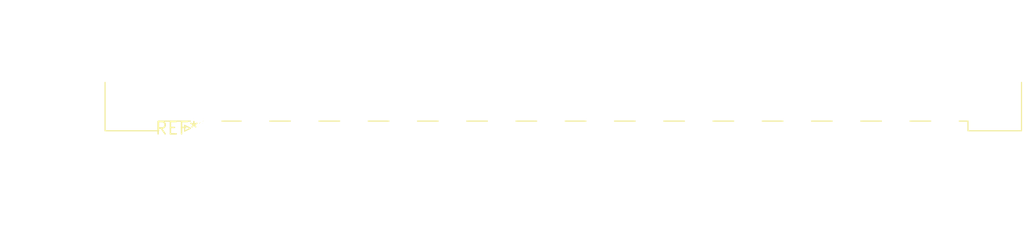
<source format=kicad_pcb>
(kicad_pcb (version 20240108) (generator pcbnew)
  (layers (0 "F.Cu" signal) (31 "B.Cu" signal) (34 "B.Paste" user) (35 "F.Paste" user) (36 "B.SilkS" user "B.Silkscreen") (37 "F.SilkS" user "F.Silkscreen") (38 "B.Mask" user) (39 "F.Mask" user) (44 "Edge.Cuts" user))
  (net 0 "")
  (footprint "DIN41612_E_2x16_Male_Horizontal_THT" (layer "F.Cu") (at 0 0)
    (property "Reference" "REF**")
    (property "Value" "DIN41612_E_2x16_Male_Horizontal_THT")
    (fp_line (start -7.89 -4.74) (end -7.89 0.26) (layer "F.SilkS") (stroke (width 0.12)))
    (fp_line (start -7.89 0.26) (end -2.37 0.26) (layer "F.SilkS") (stroke (width 0.12)))
    (fp_line (start -2.371 -0.74) (end 0.92 -0.74) (layer "F.SilkS") (stroke (width 0.12)))
    (fp_line (start -2.37 0.26) (end -2.37 -0.74) (layer "F.SilkS") (stroke (width 0.12)))
    (fp_line (start 0.32 -0.3) (end 0.32 0.3) (layer "F.SilkS") (stroke (width 0.12)))
    (fp_line (start 0.32 0.3) (end 0.92 0) (layer "F.SilkS") (stroke (width 0.12)))
    (fp_line (start 0.92 0) (end 0.32 -0.3) (layer "F.SilkS") (stroke (width 0.12)))
    (fp_line (start 4.16 -0.74) (end 6.149 -0.74) (layer "F.SilkS") (stroke (width 0.12)))
    (fp_line (start 9.092 -0.74) (end 11.229 -0.74) (layer "F.SilkS") (stroke (width 0.12)))
    (fp_line (start 14.172 -0.74) (end 16.309 -0.74) (layer "F.SilkS") (stroke (width 0.12)))
    (fp_line (start 19.252 -0.74) (end 21.389 -0.74) (layer "F.SilkS") (stroke (width 0.12)))
    (fp_line (start 24.332 -0.74) (end 26.469 -0.74) (layer "F.SilkS") (stroke (width 0.12)))
    (fp_line (start 29.412 -0.74) (end 31.549 -0.74) (layer "F.SilkS") (stroke (width 0.12)))
    (fp_line (start 34.492 -0.74) (end 36.629 -0.74) (layer "F.SilkS") (stroke (width 0.12)))
    (fp_line (start 39.572 -0.74) (end 41.709 -0.74) (layer "F.SilkS") (stroke (width 0.12)))
    (fp_line (start 44.652 -0.74) (end 46.789 -0.74) (layer "F.SilkS") (stroke (width 0.12)))
    (fp_line (start 49.732 -0.74) (end 51.869 -0.74) (layer "F.SilkS") (stroke (width 0.12)))
    (fp_line (start 54.812 -0.74) (end 56.949 -0.74) (layer "F.SilkS") (stroke (width 0.12)))
    (fp_line (start 59.892 -0.74) (end 62.029 -0.74) (layer "F.SilkS") (stroke (width 0.12)))
    (fp_line (start 64.972 -0.74) (end 67.109 -0.74) (layer "F.SilkS") (stroke (width 0.12)))
    (fp_line (start 70.052 -0.74) (end 72.189 -0.74) (layer "F.SilkS") (stroke (width 0.12)))
    (fp_line (start 75.132 -0.74) (end 77.269 -0.74) (layer "F.SilkS") (stroke (width 0.12)))
    (fp_line (start 80.212 -0.74) (end 81.11 -0.74) (layer "F.SilkS") (stroke (width 0.12)))
    (fp_line (start 81.11 0.26) (end 81.11 -0.74) (layer "F.SilkS") (stroke (width 0.12)))
    (fp_line (start 86.63 -4.74) (end 86.63 0.26) (layer "F.SilkS") (stroke (width 0.12)))
    (fp_line (start 86.63 0.26) (end 81.11 0.26) (layer "F.SilkS") (stroke (width 0.12)))
    (pad "" np_thru_hole circle (at -5.08 -2.54) (size 2.85 2.85) (drill 2.85) (layers *.Cu *.Mask))
    (pad "" np_thru_hole circle (at 83.82 -2.54) (size 2.85 2.85) (drill 2.85) (layers *.Cu *.Mask))
    (pad "a2" thru_hole roundrect (at 2.54 0) (size 2.6 2.6) (drill 1.6) (layers *.Cu *.Mask) (remove_unused_layers) (roundrect_rratio 0.096154))
    (pad "a4" thru_hole circle (at 7.62 0) (size 2.6 2.6) (drill 1.6) (layers *.Cu *.Mask) (remove_unused_layers))
    (pad "a6" thru_hole circle (at 12.7 0) (size 2.6 2.6) (drill 1.6) (layers *.Cu *.Mask) (remove_unused_layers))
    (pad "a8" thru_hole circle (at 17.78 0) (size 2.6 2.6) (drill 1.6) (layers *.Cu *.Mask) (remove_unused_layers))
    (pad "a10" thru_hole circle (at 22.86 0) (size 2.6 2.6) (drill 1.6) (layers *.Cu *.Mask) (remove_unused_layers))
    (pad "a12" thru_hole circle (at 27.94 0) (size 2.6 2.6) (drill 1.6) (layers *.Cu *.Mask) (remove_unused_layers))
    (pad "a14" thru_hole circle (at 33.02 0) (size 2.6 2.6) (drill 1.6) (layers *.Cu *.Mask) (remove_unused_layers))
    (pad "a16" thru_hole circle (at 38.1 0) (size 2.6 2.6) (drill 1.6) (layers *.Cu *.Mask) (remove_unused_layers))
    (pad "a18" thru_hole circle (at 43.18 0) (size 2.6 2.6) (drill 1.6) (layers *.Cu *.Mask) (remove_unused_layers))
    (pad "a20" thru_hole circle (at 48.26 0) (size 2.6 2.6) (drill 1.6) (layers *.Cu *.Mask) (remove_unused_layers))
    (pad "a22" thru_hole circle (at 53.34 0) (size 2.6 2.6) (drill 1.6) (layers *.Cu *.Mask) (remove_unused_layers))
    (pad "a24" thru_hole circle (at 58.42 0) (size 2.6 2.6) (drill 1.6) (layers *.Cu *.Mask) (remove_unused_layers))
    (pad "a26" thru_hole circle (at 63.5 0) (size 2.6 2.6) (drill 1.6) (layers *.Cu *.Mask) (remove_unused_layers))
    (pad "a28" thru_hole circle (at 68.58 0) (size 2.6 2.6) (drill 1.6) (layers *.Cu *.Mask) (remove_unused_layers))
    (pad "a30" thru_hole circle (at 73.66 0) (size 2.6 2.6) (drill 1.6) (layers *.Cu *.Mask) (remove_unused_layers))
    (pad "a32" thru_hole circle (at 78.74 0) (size 2.6 2.6) (drill 1.6) (layers *.Cu *.Mask) (remove_unused_layers))
    (pad "e2" thru_hole circle (at 2.54 10.16) (size 2.6 2.6) (drill 1.6) (layers *.Cu *.Mask) (remove_unused_layers))
    (pad "e4" thru_hole circle (at 7.62 10.16) (size 2.6 2.6) (drill 1.6) (layers *.Cu *.Mask) (remove_unused_layers))
    (pad "e6" thru_hole circle (at 12.7 10.16) (size 2.6 2.6) (drill 1.6) (layers *.Cu *.Mask) (remove_unused_layers))
    (pad "e8" thru_hole circle (at 17.78 10.16) (size 2.6 2.6) (drill 1.6) (layers *.Cu *.Mask) (remove_unused_layers))
    (pad "e10" thru_hole circle (at 22.86 10.16) (size 2.6 2.6) (drill 1.6) (layers *.Cu *.Mask) (remove_unused_layers))
    (pad "e12" thru_hole circle (at 27.94 10.16) (size 2.6 2.6) (drill 1.6) (layers *.Cu *.Mask) (remove_unused_layers))
    (pad "e14" thru_hole circle (at 33.02 10.16) (size 2.6 2.6) (drill 1.6) (layers *.Cu *.Mask) (remove_unused_layers))
    (pad "e16" thru_hole circle (at 38.1 10.16) (size 2.6 2.6) (drill 1.6) (layers *.Cu *.Mask) (remove_unused_layers))
    (pad "e18" thru_hole circle (at 43.18 10.16) (size 2.6 2.6) (drill 1.6) (layers *.Cu *.Mask) (remove_unused_layers))
    (pad "e20" thru_hole circle (at 48.26 10.16) (size 2.6 2.6) (drill 1.6) (layers *.Cu *.Mask) (remove_unused_layers))
    (pad "e22" thru_hole circle (at 53.34 10.16) (size 2.6 2.6) (drill 1.6) (layers *.Cu *.Mask) (remove_unused_layers))
    (pad "e24" thru_hole circle (at 58.42 10.16) (size 2.6 2.6) (drill 1.6) (layers *.Cu *.Mask) (remove_unused_layers))
    (pad "e26" thru_hole circle (at 63.5 10.16) (size 2.6 2.6) (drill 1.6) (layers *.Cu *.Mask) (remove_unused_layers))
    (pad "e28" thru_hole circle (at 68.58 10.16) (size 2.6 2.6) (drill 1.6) (layers *.Cu *.Mask) (remove_unused_layers))
    (pad "e30" thru_hole circle (at 73.66 10.16) (size 2.6 2.6) (drill 1.6) (layers *.Cu *.Mask) (remove_unused_layers))
    (pad "e32" thru_hole circle (at 78.74 10.16) (size 2.6 2.6) (drill 1.6) (layers *.Cu *.Mask) (remove_unused_layers))
  )
)
</source>
